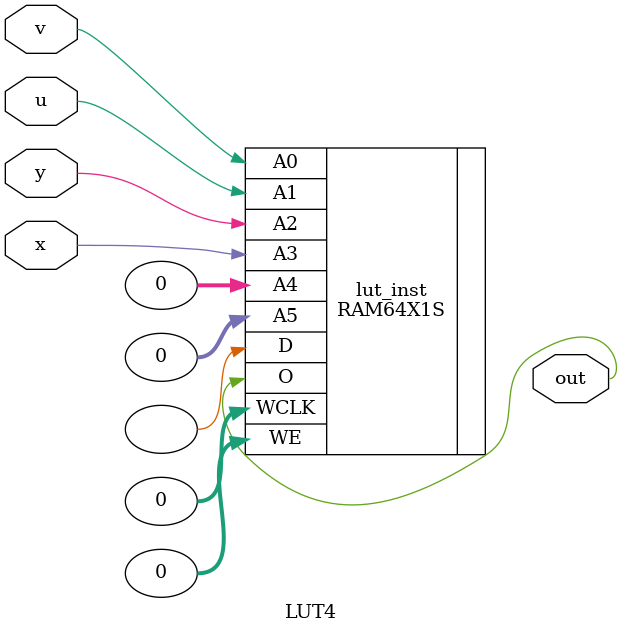
<source format=v>
module LUT4
#(parameter INIT = 16'h800 // defaults to x & y & u & v
)(
    input wire x, 
    input wire y,
    input wire u,
    input wire v,
    output wire out
);

`ifndef SYNTHESIS
    assign out = INIT >> {x, y, u, v};
`else 
    (* DONT_TOUCH = "yes" *)
    RAM64X1S #(
        .INIT({48'h0, INIT})
    ) lut_inst(
        .O(out),
        .A0(v),
        .A1(u),
        .A2(y),
        .A3(x),
        .A4(0),
        .A5(0),
        .D(),
        .WCLK(0),
        .WE(0)
    );
`endif

endmodule 
</source>
